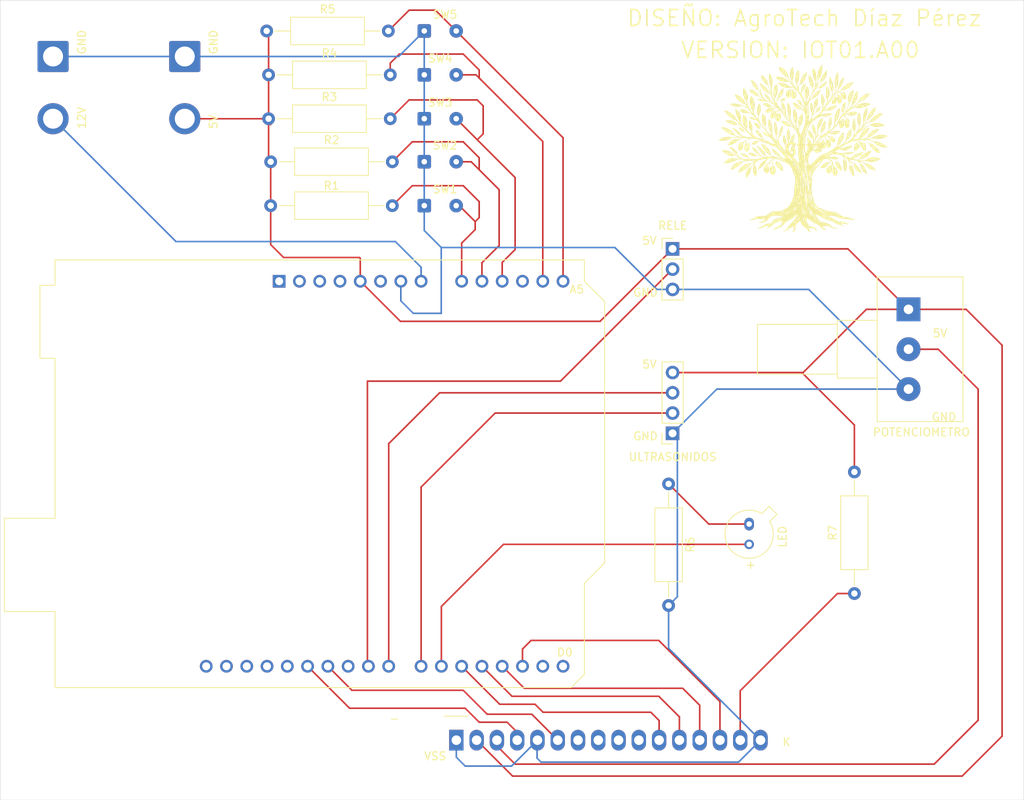
<source format=kicad_pcb>
(kicad_pcb (version 20240108) (generator "pcbnew") (generator_version "8.0")
  (layers (0 "F.Cu" signal) (31 "B.Cu" signal) (34 "B.Paste" user) (35 "F.Paste" user) (36 "B.SilkS" user "B.Silkscreen") (37 "F.SilkS" user "F.Silkscreen") (38 "B.Mask" user) (39 "F.Mask" user) (44 "Edge.Cuts" user))
  (net 0 "")
  (net 1 "GND")
  (net 3 "D6")
  (net 8 "D2")
  (net 9 "D7")
  (net 11 "+5V")
  (net 13 "D5")
  (net 14 "+12V")
  (net 17 "A0")
  (net 18 "D4")
  (net 20 "A2")
  (net 21 "A5")
  (net 22 "D8")
  (net 23 "A1")
  (net 24 "A4")
  (net 29 "D3")
  (net 30 "D9")
  (net 31 "Net-(D1-K)")
  (net 33 "Net-(DS1-LED(+))")
  (net 35 "D12")
  (net 37 "RPOT")
  (net 39 "D11")
  (footprint "Prueba_Fumigador1:Logo_Arbol" (layer "F.Cu") (at 122.725 43.5)
    (property "Reference" "G***" (at 0 0 0) (layer "F.SilkS") (effects (font (size 1.5 1.5) (thickness 0.3))))
    (property "Value" "LOGO" (hide yes))
  )
  (footprint "Resistor_THT:R_Axial_DIN0309_L9.0mm_D3.2mm_P15.24mm_Horizontal" (layer "F.Cu") (at 55.88 45)
    (property "Reference" "R2" (at 7.62 -2.72 0) (layer "F.SilkS"))
    (property "Value" "5k")
    (pad "1" thru_hole circle (at 0 0) (size 1.6 1.6) (drill 0.8) (layers "*.Cu" "*.Mask") (net 11 "+5V"))
    (pad "2" thru_hole oval (at 15.24 0) (size 1.6 1.6) (drill 0.8) (layers "*.Cu" "*.Mask") (net 23 "A1"))
  )
  (footprint "Resistor_THT:R_Axial_DIN0309_L9.0mm_D3.2mm_P15.24mm_Horizontal" (layer "F.Cu") (at 129 99.12 90)
    (property "Reference" "R7" (at 7.62 -2.72 90) (layer "F.SilkS"))
    (property "Value" "200")
    (pad "1" thru_hole circle (at 0 0 90) (size 1.6 1.6) (drill 0.8) (layers "*.Cu" "*.Mask") (net 33 "Net-(DS1-LED(+))"))
    (pad "2" thru_hole oval (at 15.24 0 90) (size 1.6 1.6) (drill 0.8) (layers "*.Cu" "*.Mask") (net 11 "+5V"))
  )
  (footprint "Connector_Wire:SolderWire-2sqmm_1x02_P7.8mm_D2mm_OD3.9mm" (layer "F.Cu") (at 28.62 31.805 -90)
    (property "Reference" "12V" (at 7.695 -3.605 90) (layer "F.SilkS"))
    (property "Value" "Conn_01x02")
    (pad "1" thru_hole roundrect (at 0 0 270) (size 3.9 3.9) (drill 2.5) (layers "*.Cu" "*.Mask") (roundrect_rratio 0.064103) (net 1 "GND"))
    (pad "2" thru_hole circle (at 7.8 0 270) (size 3.9 3.9) (drill 2.5) (layers "*.Cu" "*.Mask") (net 14 "+12V"))
  )
  (footprint "Potentiometer_THT:Potentiometer_Alps_RK163_Single_Horizontal" (layer "F.Cu") (at 135.775 63.5)
    (property "Reference" "POTENCIOMETRO" (at 1.605 15.395 0) (layer "F.SilkS"))
    (property "Value" "R_Potentiometer")
    (pad "1" thru_hole rect (at 0 0 180) (size 3 3) (drill 1.2) (layers "*.Cu" "*.Mask") (net 11 "+5V"))
    (pad "2" thru_hole circle (at 0 5 180) (size 3 3) (drill 1.2) (layers "*.Cu" "*.Mask") (net 37 "RPOT"))
    (pad "3" thru_hole circle (at 0 10 180) (size 3 3) (drill 1.2) (layers "*.Cu" "*.Mask") (net 1 "GND"))
  )
  (footprint "Connector_Wire:SolderWire-0.15sqmm_1x02_P4mm_D0.5mm_OD1.5mm" (layer "F.Cu") (at 75.12 39.605)
    (property "Reference" "SW3" (at 2 -2.05 0) (layer "F.SilkS"))
    (property "Value" "BOTON OK")
    (pad "1" thru_hole roundrect (at 0 0) (size 1.7 1.7) (drill 0.7) (layers "*.Cu" "*.Mask") (roundrect_rratio 0.147059) (net 1 "GND"))
    (pad "2" thru_hole circle (at 4 0) (size 1.7 1.7) (drill 0.7) (layers "*.Cu" "*.Mask") (net 20 "A2"))
  )
  (footprint "Module:Arduino_UNO_R3" (layer "F.Cu") (at 56.945 59.975)
    (property "Reference" "A5" (at 37.28 1.025 0) (layer "F.SilkS"))
    (property "Value" "Arduino_UNO_R3")
    (pad "1" thru_hole rect (at 0 0 90) (size 1.6 1.6) (drill 1) (layers "*.Cu" "*.Mask"))
    (pad "2" thru_hole oval (at 2.54 0 90) (size 1.6 1.6) (drill 1) (layers "*.Cu" "*.Mask"))
    (pad "3" thru_hole oval (at 5.08 0 90) (size 1.6 1.6) (drill 1) (layers "*.Cu" "*.Mask"))
    (pad "4" thru_hole oval (at 7.62 0 90) (size 1.6 1.6) (drill 1) (layers "*.Cu" "*.Mask"))
    (pad "5" thru_hole oval (at 10.16 0 90) (size 1.6 1.6) (drill 1) (layers "*.Cu" "*.Mask") (net 11 "+5V"))
    (pad "6" thru_hole oval (at 12.7 0 90) (size 1.6 1.6) (drill 1) (layers "*.Cu" "*.Mask"))
    (pad "7" thru_hole oval (at 15.24 0 90) (size 1.6 1.6) (drill 1) (layers "*.Cu" "*.Mask") (net 1 "GND"))
    (pad "8" thru_hole oval (at 17.78 0 90) (size 1.6 1.6) (drill 1) (layers "*.Cu" "*.Mask") (net 14 "+12V"))
    (pad "9" thru_hole oval (at 22.86 0 90) (size 1.6 1.6) (drill 1) (layers "*.Cu" "*.Mask") (net 17 "A0"))
    (pad "10" thru_hole oval (at 25.4 0 90) (size 1.6 1.6) (drill 1) (layers "*.Cu" "*.Mask") (net 23 "A1"))
    (pad "11" thru_hole oval (at 27.94 0 90) (size 1.6 1.6) (drill 1) (layers "*.Cu" "*.Mask") (net 20 "A2"))
    (pad "12" thru_hole oval (at 30.48 0 90) (size 1.6 1.6) (drill 1) (layers "*.Cu" "*.Mask"))
    (pad "13" thru_hole oval (at 33.02 0 90) (size 1.6 1.6) (drill 1) (layers "*.Cu" "*.Mask") (net 24 "A4"))
    (pad "14" thru_hole oval (at 35.56 0 90) (size 1.6 1.6) (drill 1) (layers "*.Cu" "*.Mask") (net 21 "A5"))
    (pad "15" thru_hole oval (at 35.56 48.26 90) (size 1.6 1.6) (drill 1) (layers "*.Cu" "*.Mask"))
    (pad "16" thru_hole oval (at 33.02 48.26 90) (size 1.6 1.6) (drill 1) (layers "*.Cu" "*.Mask"))
    (pad "17" thru_hole oval (at 30.48 48.26 90) (size 1.6 1.6) (drill 1) (layers "*.Cu" "*.Mask") (net 8 "D2"))
    (pad "18" thru_hole oval (at 27.94 48.26 90) (size 1.6 1.6) (drill 1) (layers "*.Cu" "*.Mask") (net 29 "D3"))
    (pad "19" thru_hole oval (at 25.4 48.26 90) (size 1.6 1.6) (drill 1) (layers "*.Cu" "*.Mask") (net 18 "D4"))
    (pad "20" thru_hole oval (at 22.86 48.26 90) (size 1.6 1.6) (drill 1) (layers "*.Cu" "*.Mask") (net 13 "D5"))
    (pad "21" thru_hole oval (at 20.32 48.26 90) (size 1.6 1.6) (drill 1) (layers "*.Cu" "*.Mask") (net 3 "D6"))
    (pad "22" thru_hole oval (at 17.78 48.26 90) (size 1.6 1.6) (drill 1) (layers "*.Cu" "*.Mask") (net 9 "D7"))
    (pad "23" thru_hole oval (at 13.72 48.26 90) (size 1.6 1.6) (drill 1) (layers "*.Cu" "*.Mask") (net 22 "D8"))
    (pad "24" thru_hole oval (at 11.18 48.26 90) (size 1.6 1.6) (drill 1) (layers "*.Cu" "*.Mask") (net 30 "D9"))
    (pad "25" thru_hole oval (at 8.64 48.26 90) (size 1.6 1.6) (drill 1) (layers "*.Cu" "*.Mask"))
    (pad "26" thru_hole oval (at 6.1 48.26 90) (size 1.6 1.6) (drill 1) (layers "*.Cu" "*.Mask") (net 39 "D11"))
    (pad "27" thru_hole oval (at 3.56 48.26 90) (size 1.6 1.6) (drill 1) (layers "*.Cu" "*.Mask") (net 35 "D12"))
    (pad "28" thru_hole oval (at 1.02 48.26 90) (size 1.6 1.6) (drill 1) (layers "*.Cu" "*.Mask"))
    (pad "29" thru_hole oval (at -1.52 48.26 90) (size 1.6 1.6) (drill 1) (layers "*.Cu" "*.Mask"))
    (pad "30" thru_hole oval (at -4.06 48.26 90) (size 1.6 1.6) (drill 1) (layers "*.Cu" "*.Mask"))
    (pad "31" thru_hole oval (at -6.6 48.26 90) (size 1.6 1.6) (drill 1) (layers "*.Cu" "*.Mask"))
    (pad "32" thru_hole oval (at -9.14 48.26 90) (size 1.6 1.6) (drill 1) (layers "*.Cu" "*.Mask"))
  )
  (footprint "Resistor_THT:R_Axial_DIN0309_L9.0mm_D3.2mm_P15.24mm_Horizontal" (layer "F.Cu") (at 55.62 39.605)
    (property "Reference" "R3" (at 7.62 -2.72 0) (layer "F.SilkS"))
    (property "Value" "5k")
    (pad "1" thru_hole circle (at 0 0) (size 1.6 1.6) (drill 0.8) (layers "*.Cu" "*.Mask") (net 11 "+5V"))
    (pad "2" thru_hole oval (at 15.24 0) (size 1.6 1.6) (drill 0.8) (layers "*.Cu" "*.Mask") (net 20 "A2"))
  )
  (footprint "Resistor_THT:R_Axial_DIN0309_L9.0mm_D3.2mm_P15.24mm_Horizontal" (layer "F.Cu") (at 55.88 50.5)
    (property "Reference" "R1" (at 7.62 -2.5 0) (layer "F.SilkS"))
    (property "Value" "5k")
    (pad "1" thru_hole circle (at 0 0) (size 1.6 1.6) (drill 0.8) (layers "*.Cu" "*.Mask") (net 11 "+5V"))
    (pad "2" thru_hole oval (at 15.24 0) (size 1.6 1.6) (drill 0.8) (layers "*.Cu" "*.Mask") (net 17 "A0"))
  )
  (footprint "Connector_PinHeader_2.54mm:PinHeader_1x03_P2.54mm_Vertical" (layer "F.Cu") (at 106.225 55.92)
    (property "Reference" "RELE" (at 0 -2.92 0) (layer "F.SilkS"))
    (property "Value" "Conn_01x03_Pin")
    (pad "1" thru_hole rect (at 0 0) (size 1.7 1.7) (drill 1) (layers "*.Cu" "*.Mask") (net 11 "+5V"))
    (pad "2" thru_hole oval (at 0 2.54) (size 1.7 1.7) (drill 1) (layers "*.Cu" "*.Mask") (net 30 "D9"))
    (pad "3" thru_hole oval (at 0 5.08) (size 1.7 1.7) (drill 1) (layers "*.Cu" "*.Mask") (net 1 "GND"))
  )
  (footprint "Connector_Wire:SolderWire-0.15sqmm_1x02_P4mm_D0.5mm_OD1.5mm" (layer "F.Cu") (at 75.12 28.605)
    (property "Reference" "SW5" (at 2.605 -2.05 0) (layer "F.SilkS"))
    (property "Value" "BOTON MANUAL")
    (pad "1" thru_hole roundrect (at 0 0) (size 1.7 1.7) (drill 0.7) (layers "*.Cu" "*.Mask") (roundrect_rratio 0.147059) (net 1 "GND"))
    (pad "2" thru_hole circle (at 4 0) (size 1.7 1.7) (drill 0.7) (layers "*.Cu" "*.Mask") (net 21 "A5"))
  )
  (footprint "Connector_Wire:SolderWire-0.15sqmm_1x02_P4mm_D0.5mm_OD1.5mm" (layer "F.Cu") (at 75.12 34.105)
    (property "Reference" "SW4" (at 2 -2.05 0) (layer "F.SilkS"))
    (property "Value" "BOTON ESC")
    (pad "1" thru_hole roundrect (at 0 0) (size 1.7 1.7) (drill 0.7) (layers "*.Cu" "*.Mask") (roundrect_rratio 0.147059) (net 1 "GND"))
    (pad "2" thru_hole circle (at 4 0) (size 1.7 1.7) (drill 0.7) (layers "*.Cu" "*.Mask") (net 24 "A4"))
  )
  (footprint "Connector_Wire:SolderWire-0.15sqmm_1x02_P4mm_D0.5mm_OD1.5mm" (layer "F.Cu") (at 75.12 45)
    (property "Reference" "SW2" (at 2.605 -2.05 0) (layer "F.SilkS"))
    (property "Value" "BOTON ABAJO")
    (pad "1" thru_hole roundrect (at 0 0) (size 1.7 1.7) (drill 0.7) (layers "*.Cu" "*.Mask") (roundrect_rratio 0.147059) (net 1 "GND"))
    (pad "2" thru_hole circle (at 4 0) (size 1.7 1.7) (drill 0.7) (layers "*.Cu" "*.Mask") (net 23 "A1"))
  )
  (footprint "Resistor_THT:R_Axial_DIN0309_L9.0mm_D3.2mm_P15.24mm_Horizontal" (layer "F.Cu") (at 55.38 28.605)
    (property "Reference" "R5" (at 7.62 -2.72 0) (layer "F.SilkS"))
    (property "Value" "5k")
    (pad "1" thru_hole circle (at 0 0) (size 1.6 1.6) (drill 0.8) (layers "*.Cu" "*.Mask") (net 11 "+5V"))
    (pad "2" thru_hole oval (at 15.24 0) (size 1.6 1.6) (drill 0.8) (layers "*.Cu" "*.Mask") (net 21 "A5"))
  )
  (footprint "Package_TO_SOT_THT:TO-18-2_Window" (layer "F.Cu") (at 115.815276 90.414724 -90)
    (property "Reference" "D1" (hide yes))
    (property "Value" "SFH460")
    (pad "1" thru_hole oval (at 0 0 270) (size 1.6 1.2) (drill 0.7) (layers "*.Cu" "*.Mask") (net 31 "Net-(D1-K)"))
    (pad "2" thru_hole oval (at 2.54 0 270) (size 1.2 1.2) (drill 0.7) (layers "*.Cu" "*.Mask") (net 3 "D6"))
  )
  (footprint "Connector_Wire:SolderWire-2sqmm_1x02_P7.8mm_D2mm_OD3.9mm" (layer "F.Cu") (at 45.12 31.805 -90)
    (property "Reference" "GND" (at -1.805 -3.605 90) (layer "F.SilkS"))
    (property "Value" "Conn_01x02")
    (pad "1" thru_hole roundrect (at 0 0 270) (size 3.9 3.9) (drill 2.5) (layers "*.Cu" "*.Mask") (roundrect_rratio 0.064103) (net 1 "GND"))
    (pad "2" thru_hole circle (at 7.8 0 270) (size 3.9 3.9) (drill 2.5) (layers "*.Cu" "*.Mask") (net 11 "+5V"))
  )
  (footprint "Resistor_THT:R_Axial_DIN0309_L9.0mm_D3.2mm_P15.24mm_Horizontal" (layer "F.Cu") (at 105.725 85.38 -90)
    (property "Reference" "R6" (at 7.62 -2.72 90) (layer "F.SilkS"))
    (property "Value" "200")
    (pad "1" thru_hole circle (at 0 0 270) (size 1.6 1.6) (drill 0.8) (layers "*.Cu" "*.Mask") (net 31 "Net-(D1-K)"))
    (pad "2" thru_hole oval (at 15.24 0 270) (size 1.6 1.6) (drill 0.8) (layers "*.Cu" "*.Mask") (net 1 "GND"))
  )
  (footprint "Connector_PinSocket_2.54mm:PinSocket_1x04_P2.54mm_Vertical" (layer "F.Cu") (at 106.225 79.04 180)
    (property "Reference" "ULTRASONIDOS" (at -0.025 -2.96 0) (layer "F.SilkS"))
    (property "Value" "Conn_01x04_Socket")
    (pad "1" thru_hole rect (at 0 0 180) (size 1.7 1.7) (drill 1) (layers "*.Cu" "*.Mask") (net 1 "GND"))
    (pad "2" thru_hole oval (at 0 2.54 180) (size 1.7 1.7) (drill 1) (layers "*.Cu" "*.Mask") (net 9 "D7"))
    (pad "3" thru_hole oval (at 0 5.08 180) (size 1.7 1.7) (drill 1) (layers "*.Cu" "*.Mask") (net 22 "D8"))
    (pad "4" thru_hole oval (at 0 7.62 180) (size 1.7 1.7) (drill 1) (layers "*.Cu" "*.Mask") (net 11 "+5V"))
  )
  (footprint "Connector_Wire:SolderWire-0.15sqmm_1x02_P4mm_D0.5mm_OD1.5mm" (layer "F.Cu") (at 75.12 50.5)
    (property "Reference" "SW1" (at 2.605 -2.05 0) (layer "F.SilkS"))
    (property "Value" "BOTON ARRIBA")
    (pad "1" thru_hole roundrect (at 0 0) (size 1.7 1.7) (drill 0.7) (layers "*.Cu" "*.Mask") (roundrect_rratio 0.147059) (net 1 "GND"))
    (pad "2" thru_hole circle (at 4 0) (size 1.7 1.7) (drill 0.7) (layers "*.Cu" "*.Mask") (net 17 "A0"))
  )
  (footprint "Resistor_THT:R_Axial_DIN0309_L9.0mm_D3.2mm_P15.24mm_Horizontal" (layer "F.Cu") (at 55.62 34.105)
    (property "Reference" "R4" (at 7.62 -2.72 0) (layer "F.SilkS"))
    (property "Value" "5k")
    (pad "1" thru_hole circle (at 0 0) (size 1.6 1.6) (drill 0.8) (layers "*.Cu" "*.Mask") (net 11 "+5V"))
    (pad "2" thru_hole oval (at 15.24 0) (size 1.6 1.6) (drill 0.8) (layers "*.Cu" "*.Mask") (net 24 "A4"))
  )
  (footprint "Display:WC1602A" (layer "F.Cu") (at 79.14 117.5)
    (property "Reference" "DS1" (hide yes))
    (property "Value" "WC1602A" (hide yes))
    (pad "1" thru_hole rect (at 0 0) (size 1.8 2.6) (drill 1.2) (layers "*.Cu" "*.Mask") (net 1 "GND"))
    (pad "2" thru_hole oval (at 2.54 0) (size 1.8 2.6) (drill 1.2) (layers "*.Cu" "*.Mask") (net 11 "+5V"))
    (pad "3" thru_hole oval (at 5.08 0) (size 1.8 2.6) (drill 1.2) (layers "*.Cu" "*.Mask") (net 37 "RPOT"))
    (pad "4" thru_hole oval (at 7.62 0) (size 1.8 2.6) (drill 1.2) (layers "*.Cu" "*.Mask") (net 35 "D12"))
    (pad "5" thru_hole oval (at 10.16 0) (size 1.8 2.6) (drill 1.2) (layers "*.Cu" "*.Mask") (net 1 "GND"))
    (pad "6" thru_hole oval (at 12.7 0) (size 1.8 2.6) (drill 1.2) (layers "*.Cu" "*.Mask") (net 39 "D11"))
    (pad "7" thru_hole oval (at 15.24 0) (size 1.8 2.6) (drill 1.2) (layers "*.Cu" "*.Mask"))
    (pad "8" thru_hole oval (at 17.78 0) (size 1.8 2.6) (drill 1.2) (layers "*.Cu" "*.Mask"))
    (pad "9" thru_hole oval (at 20.32 0) (size 1.8 2.6) (drill 1.2) (layers "*.Cu" "*.Mask"))
    (pad "10" thru_hole oval (at 22.86 0) (size 1.8 2.6) (drill 1.2) (layers "*.Cu" "*.Mask"))
    (pad "11" thru_hole oval (at 25.4 0) (size 1.8 2.6) (drill 1.2) (layers "*.Cu" "*.Mask") (net 13 "D5"))
    (pad "12" thru_hole oval (at 27.94 0) (size 1.8 2.6) (drill 1.2) (layers "*.Cu" "*.Mask") (net 18 "D4"))
    (pad "13" thru_hole oval (at 30.48 0) (size 1.8 2.6) (drill 1.2) (layers "*.Cu" "*.Mask") (net 29 "D3"))
    (pad "14" thru_hole oval (at 33.02 0) (size 1.8 2.6) (drill 1.2) (layers "*.Cu" "*.Mask") (net 8 "D2"))
    (pad "15" thru_hole oval (at 35.56 0) (size 1.8 2.6) (drill 1.2) (layers "*.Cu" "*.Mask") (net 33 "Net-(DS1-LED(+))"))
    (pad "16" thru_hole oval (at 38.1 0) (size 1.8 2.6) (drill 1.2) (layers "*.Cu" "*.Mask") (net 1 "GND"))
  )
  (gr_rect (start 22 24.75) (end 150.225 125) (stroke (width 0.05)) (fill none) (layer "Edge.Cuts"))
  (gr_text "DISEÑO: AgroTech Díaz Pérez" (at 122.725 27 0) (layer "F.SilkS") (effects (font (size 2 2) (thickness 0.2))))
  (gr_text "5V" (at 48.725 40 90) (layer "F.SilkS") (effects (font (size 1 1))))
  (gr_text "VERSION: IOT01.A00" (at 122.225 31 0) (layer "F.SilkS") (effects (font (size 2 2) (thickness 0.2))))
  (gr_text "GND" (at 32.225 30 90) (layer "F.SilkS") (effects (font (size 1 1))))
  (gr_text "LED" (at 120 92 90) (layer "F.SilkS") (effects (font (size 1 1))))
  (gr_text "D0" (at 92.725 106.5 0) (layer "F.SilkS") (effects (font (size 1 1))))
  (gr_text "VSS" (at 76.5 119.5 0) (layer "F.SilkS") (effects (font (size 1 1))))
  (gr_text "GND" (at 102.83 61.395 0) (layer "F.SilkS") (effects (font (size 1 1))))
  (gr_text "GND" (at 140.225 77 0) (layer "F.SilkS") (effects (font (size 1 1))))
  (gr_text "5V" (at 103.33 70.395 0) (layer "F.SilkS") (effects (font (size 1 1))))
  (gr_text "5V" (at 139.725 66.5 0) (layer "F.SilkS") (effects (font (size 1 1))))
  (gr_text "5V" (at 103.33 54.895 0) (layer "F.SilkS") (effects (font (size 1 1))))
  (gr_text "GND" (at 102.83 79.395 0) (layer "F.SilkS") (effects (font (size 1 1))))
  (gr_text "K" (at 120.5 117.75 0) (layer "F.SilkS") (effects (font (size 1 1))))
  (gr_text "+" (at 116 95.5 0) (layer "F.SilkS") (effects (font (size 1 1))))
  (segment (start 89.25 119.75) (end 89.25 117.55) (width 0.2) (layer "B.Cu") (net 1))
  (segment (start 123.275 61) (end 135.775 73.5) (width 0.2) (layer "B.Cu") (net 1))
  (segment (start 80.25 120.75) (end 79.14 119.64) (width 0.2) (layer "B.Cu") (net 1))
  (segment (start 106.225 61) (end 123.275 61) (width 0.2) (layer "B.Cu") (net 1))
  (segment (start 106.825 99.52) (end 105.725 100.62) (width 0.2) (layer "B.Cu") (net 1))
  (segment (start 75.12 34.105) (end 75.12 39.605) (width 0.2) (layer "B.Cu") (net 1))
  (segment (start 117.24 117.5) (end 114.49 120.25) (width 0.2) (layer "B.Cu") (net 1))
  (segment (start 75.12 39.605) (end 75.12 45) (width 0.2) (layer "B.Cu") (net 1))
  (segment (start 111.765 73.5) (end 106.225 79.04) (width 0.2) (layer "B.Cu") (net 1))
  (segment (start 89.25 117.55) (end 89.3 117.5) (width 0.2) (layer "B.Cu") (net 1))
  (segment (start 75.12 50.5) (end 75.12 53.62) (width 0.2) (layer "B.Cu") (net 1))
  (segment (start 104.25 61) (end 106.225 61) (width 0.2) (layer "B.Cu") (net 1))
  (segment (start 75.12 53.62) (end 77.25 55.75) (width 0.2) (layer "B.Cu") (net 1))
  (segment (start 77.25 55.75) (end 77.25 64) (width 0.2) (layer "B.Cu") (net 1))
  (segment (start 75.12 28.605) (end 75.12 34.105) (width 0.2) (layer "B.Cu") (net 1))
  (segment (start 99 55.75) (end 104.25 61) (width 0.2) (layer "B.Cu") (net 1))
  (segment (start 106.825 79.64) (end 106.825 99.52) (width 0.2) (layer "B.Cu") (net 1))
  (segment (start 135.775 73.5) (end 111.765 73.5) (width 0.2) (layer "B.Cu") (net 1))
  (segment (start 72.185 62.435) (end 72.185 59.975) (width 0.2) (layer "B.Cu") (net 1))
  (segment (start 75.12 45) (end 75.12 50.5) (width 0.2) (layer "B.Cu") (net 1))
  (segment (start 77.25 55.75) (end 99 55.75) (width 0.2) (layer "B.Cu") (net 1))
  (segment (start 45.12 31.805) (end 71.92 31.805) (width 0.2) (layer "B.Cu") (net 1))
  (segment (start 86.05 120.75) (end 80.25 120.75) (width 0.2) (layer "B.Cu") (net 1))
  (segment (start 89.75 120.25) (end 89.25 119.75) (width 0.2) (layer "B.Cu") (net 1))
  (segment (start 77.25 64) (end 73.75 64) (width 0.2) (layer "B.Cu") (net 1))
  (segment (start 28.62 31.805) (end 45.12 31.805) (width 0.2) (layer "B.Cu") (net 1))
  (segment (start 79.14 119.64) (end 79.14 117.5) (width 0.2) (layer "B.Cu") (net 1))
  (segment (start 89.3 117.5) (end 86.05 120.75) (width 0.2) (layer "B.Cu") (net 1))
  (segment (start 114.49 120.25) (end 89.75 120.25) (width 0.2) (layer "B.Cu") (net 1))
  (segment (start 106.225 79.04) (end 106.825 79.64) (width 0.2) (layer "B.Cu") (net 1))
  (segment (start 105.725 100.62) (end 105.725 105.985) (width 0.2) (layer "B.Cu") (net 1))
  (segment (start 105.725 105.985) (end 117.24 117.5) (width 0.2) (layer "B.Cu") (net 1))
  (segment (start 73.75 64) (end 72.185 62.435) (width 0.2) (layer "B.Cu") (net 1))
  (segment (start 71.92 31.805) (end 75.12 28.605) (width 0.2) (layer "B.Cu") (net 1))
  (segment (start 115.815276 92.954724) (end 85.045276 92.954724) (width 0.2) (layer "F.Cu") (net 3))
  (segment (start 77.265 100.735) (end 77.265 108.235) (width 0.2) (layer "F.Cu") (net 3))
  (segment (start 85.045276 92.954724) (end 77.265 100.735) (width 0.2) (layer "F.Cu") (net 3))
  (segment (start 87.425 106.075) (end 88.5 105) (width 0.2) (layer "F.Cu") (net 8))
  (segment (start 88.5 105) (end 104.5 105) (width 0.2) (layer "F.Cu") (net 8))
  (segment (start 87.425 108.235) (end 87.425 106.075) (width 0.2) (layer "F.Cu") (net 8))
  (segment (start 112.16 112.66) (end 112.16 117.5) (width 0.2) (layer "F.Cu") (net 8))
  (segment (start 104.5 105) (end 112.16 112.66) (width 0.2) (layer "F.Cu") (net 8))
  (segment (start 74.725 85.775) (end 74.725 108.235) (width 0.2) (layer "F.Cu") (net 9))
  (segment (start 106.225 76.5) (end 84 76.5) (width 0.2) (layer "F.Cu") (net 9))
  (segment (start 84 76.5) (end 74.725 85.775) (width 0.2) (layer "F.Cu") (net 9))
  (segment (start 57.5 57) (end 67 57) (width 0.2) (layer "F.Cu") (net 11))
  (segment (start 55.62 40.105) (end 55.88 40.365) (width 0.2) (layer "F.Cu") (net 11))
  (segment (start 55.88 45) (end 55.88 50.5) (width 0.2) (layer "F.Cu") (net 11))
  (segment (start 55.62 39.605) (end 55.62 44.74) (width 0.2) (layer "F.Cu") (net 11))
  (segment (start 130.5 63.5) (end 122.58 71.42) (width 0.2) (layer "F.Cu") (net 11))
  (segment (start 142.5 122) (end 86.18 122) (width 0.2) (layer "F.Cu") (net 11))
  (segment (start 45.12 39.605) (end 55.62 39.605) (width 0.2) (layer "F.Cu") (net 11))
  (segment (start 86.18 122) (end 81.68 117.5) (width 0.2) (layer "F.Cu") (net 11))
  (segment (start 129 83.88) (end 129 78) (width 0.2) (layer "F.Cu") (net 11))
  (segment (start 55.62 34.105) (end 55.62 28.845) (width 0.2) (layer "F.Cu") (net 11))
  (segment (start 67.105 57.105) (end 67.105 59.975) (width 0.2) (layer "F.Cu") (net 11))
  (segment (start 55.88 50.5) (end 55.88 55.38) (width 0.2) (layer "F.Cu") (net 11))
  (segment (start 143 63.5) (end 147.5 68) (width 0.2) (layer "F.Cu") (net 11))
  (segment (start 97.145 65) (end 106.225 55.92) (width 0.2) (layer "F.Cu") (net 11))
  (segment (start 129 78) (end 122.42 71.42) (width 0.2) (layer "F.Cu") (net 11))
  (segment (start 122.42 71.42) (end 106.225 71.42) (width 0.2) (layer "F.Cu") (net 11))
  (segment (start 128.195 55.92) (end 135.775 63.5) (width 0.2) (layer "F.Cu") (net 11))
  (segment (start 55.62 39.605) (end 55.62 40.105) (width 0.2) (layer "F.Cu") (net 11))
  (segment (start 122.58 71.42) (end 106.225 71.42) (width 0.2) (layer "F.Cu") (net 11))
  (segment (start 135.775 63.5) (end 130.5 63.5) (width 0.2) (layer "F.Cu") (net 11))
  (segment (start 55.88 55.38) (end 57.5 57) (width 0.2) (layer "F.Cu") (net 11))
  (segment (start 135.775 63.5) (end 143 63.5) (width 0.2) (layer "F.Cu") (net 11))
  (segment (start 55.62 44.74) (end 55.88 45) (width 0.2) (layer "F.Cu") (net 11))
  (segment (start 45.12 39.605) (end 45.62 40.105) (width 0.2) (layer "F.Cu") (net 11))
  (segment (start 55.62 28.845) (end 55.38 28.605) (width 0.2) (layer "F.Cu") (net 11))
  (segment (start 55.62 39.605) (end 55.62 34.105) (width 0.2) (layer "F.Cu") (net 11))
  (segment (start 106.225 55.92) (end 128.195 55.92) (width 0.2) (layer "F.Cu") (net 11))
  (segment (start 67.105 59.975) (end 72.13 65) (width 0.2) (layer "F.Cu") (net 11))
  (segment (start 67 57) (end 67.105 57.105) (width 0.2) (layer "F.Cu") (net 11))
  (segment (start 147.5 68) (end 147.5 117) (width 0.2) (layer "F.Cu") (net 11))
  (segment (start 147.5 117) (end 142.5 122) (width 0.2) (layer "F.Cu") (net 11))
  (segment (start 55.38 33.865) (end 55.62 34.105) (width 0.2) (layer "F.Cu") (net 11))
  (segment (start 72.13 65) (end 97.145 65) (width 0.2) (layer "F.Cu") (net 11))
  (segment (start 79.805 108.235) (end 84.57 113) (width 0.2) (layer "F.Cu") (net 13))
  (segment (start 104.54 115.04) (end 104.54 117.5) (width 0.2) (layer "F.Cu") (net 13))
  (segment (start 90 114) (end 103.5 114) (width 0.2) (layer "F.Cu") (net 13))
  (segment (start 89 113) (end 90 114) (width 0.2) (layer "F.Cu") (net 13))
  (segment (start 84.57 113) (end 89 113) (width 0.2) (layer "F.Cu") (net 13))
  (segment (start 103.5 114) (end 104.54 115.04) (width 0.2) (layer "F.Cu") (net 13))
  (segment (start 44.015 55) (end 71.5 55) (width 0.2) (layer "B.Cu") (net 14))
  (segment (start 28.62 39.605) (end 44.015 55) (width 0.2) (layer "B.Cu") (net 14))
  (segment (start 71.5 55) (end 74.725 58.225) (width 0.2) (layer "B.Cu") (net 14))
  (segment (start 74.725 58.225) (end 74.725 59.975) (width 0.2) (layer "B.Cu") (net 14))
  (segment (start 80 48) (end 82 50) (width 0.2) (layer "F.Cu") (net 17))
  (segment (start 82 50) (end 82 52) (width 0.2) (layer "F.Cu") (net 17))
  (segment (start 79.805 55.195) (end 79.805 59.975) (width 0.2) (layer "F.Cu") (net 17))
  (segment (start 79.5 50.5) (end 80.75 51.75) (width 0.2) (layer "F.Cu") (net 17))
  (segment (start 80.75 51.75) (end 81.5 52.5) (width 0.2) (layer "F.Cu") (net 17))
  (segment (start 81.5 52.5) (end 81.5 53.5) (width 0.2) (layer "F.Cu") (net 17))
  (segment (start 71.12 50.5) (end 73.62 48) (width 0.2) (layer "F.Cu") (net 17))
  (segment (start 79.12 50.5) (end 79.5 50.5) (width 0.2) (layer "F.Cu") (net 17))
  (segment (start 82 52) (end 81.5 52.5) (width 0.2) (layer "F.Cu") (net 17))
  (segment (start 73.62 48) (end 80 48) (width 0.2) (layer "F.Cu") (net 17))
  (segment (start 81.5 53.5) (end 79.805 55.195) (width 0.2) (layer "F.Cu") (net 17))
  (segment (start 82.345 108.235) (end 86.11 112) (width 0.2) (layer "F.Cu") (net 18))
  (segment (start 107.08 114.58) (end 107.08 117.5) (width 0.2) (layer "F.Cu") (net 18))
  (segment (start 104.5 112) (end 107.08 114.58) (width 0.2) (layer "F.Cu") (net 18))
  (segment (start 86.11 112) (end 104.5 112) (width 0.2) (layer "F.Cu") (net 18))
  (segment (start 82.5 41.5) (end 81.7575 42.2425) (width 0.2) (layer "F.Cu") (net 20))
  (segment (start 86.5 46.985) (end 86.5 56) (width 0.2) (layer "F.Cu") (net 20))
  (segment (start 86.5 56) (end 84.885 57.615) (width 0.2) (layer "F.Cu") (net 20))
  (segment (start 70.86 39.605) (end 73.215 37.25) (width 0.2) (layer "F.Cu") (net 20))
  (segment (start 82.5 38) (end 82.5 41.5) (width 0.2) (layer "F.Cu") (net 20))
  (segment (start 84.885 57.615) (end 84.885 59.975) (width 0.2) (layer "F.Cu") (net 20))
  (segment (start 81.7575 42.2425) (end 86.5 46.985) (width 0.2) (layer "F.Cu") (net 20))
  (segment (start 81.75 37.25) (end 82.5 38) (width 0.2) (layer "F.Cu") (net 20))
  (segment (start 79.12 39.605) (end 81.7575 42.2425) (width 0.2) (layer "F.Cu") (net 20))
  (segment (start 73.215 37.25) (end 81.75 37.25) (width 0.2) (layer "F.Cu") (net 20))
  (segment (start 76.515 26) (end 79.12 28.605) (width 0.2) (layer "F.Cu") (net 21))
  (segment (start 79.12 28.605) (end 92.505 41.99) (width 0.2) (layer "F.Cu") (net 21))
  (segment (start 70.62 28.605) (end 73.225 26) (width 0.2) (layer "F.Cu") (net 21))
  (segment (start 73.225 26) (end 76.515 26) (width 0.2) (layer "F.Cu") (net 21))
  (segment (start 92.505 41.99) (end 92.505 59.975) (width 0.2) (layer "F.Cu") (net 21))
  (segment (start 77.04 73.96) (end 70.665 80.335) (width 0.2) (layer "F.Cu") (net 22))
  (segment (start 70.665 80.335) (end 70.665 108.235) (width 0.2) (layer "F.Cu") (net 22))
  (segment (start 106.225 73.96) (end 77.04 73.96) (width 0.2) (layer "F.Cu") (net 22))
  (segment (start 84.5 55.5) (end 82.345 57.655) (width 0.2) (layer "F.Cu") (net 23))
  (segment (start 80 42.5) (end 82 44.5) (width 0.2) (layer "F.Cu") (net 23))
  (segment (start 79.12 45) (end 81 45) (width 0.2) (layer "F.Cu") (net 23))
  (segment (start 82 44.5) (end 82 46) (width 0.2) (layer "F.Cu") (net 23))
  (segment (start 71.62 44.605) (end 71.515 44.605) (width 0.2) (layer "F.Cu") (net 23))
  (segment (start 79.12 45) (end 79.515 44.605) (width 0.2) (layer "F.Cu") (net 23))
  (segment (start 82.345 57.655) (end 82.345 59.975) (width 0.2) (layer "F.Cu") (net 23))
  (segment (start 73.62 42.5) (end 80 42.5) (width 0.2) (layer "F.Cu") (net 23))
  (segment (start 84.5 48.5) (end 84.5 55.5) (width 0.2) (layer "F.Cu") (net 23))
  (segment (start 81 45) (end 82 46) (width 0.2) (layer "F.Cu") (net 23))
  (segment (start 71.12 45) (end 73.62 42.5) (width 0.2) (layer "F.Cu") (net 23))
  (segment (start 82 46) (end 84.5 48.5) (width 0.2) (layer "F.Cu") (net 23))
  (segment (start 70.86 34.105) (end 70.86 32.64) (width 0.2) (layer "F.Cu") (net 24))
  (segment (start 89.965 42.465) (end 89.965 59.975) (width 0.2) (layer "F.Cu") (net 24))
  (segment (start 82 33.5) (end 82 34.5) (width 0.2) (layer "F.Cu") (net 24))
  (segment (start 72 31.5) (end 80 31.5) (width 0.2) (layer "F.Cu") (net 24))
  (segment (start 82 34.5) (end 82.25 34.75) (width 0.2) (layer "F.Cu") (net 24))
  (segment (start 82.25 34.75) (end 89.965 42.465) (width 0.2) (layer "F.Cu") (net 24))
  (segment (start 70.86 32.64) (end 72 31.5) (width 0.2) (layer "F.Cu") (net 24))
  (segment (start 80 31.5) (end 82 33.5) (width 0.2) (layer "F.Cu") (net 24))
  (segment (start 81.605 34.105) (end 82.25 34.75) (width 0.2) (layer "F.Cu") (net 24))
  (segment (start 79.12 34.105) (end 81.605 34.105) (width 0.2) (layer "F.Cu") (net 24))
  (segment (start 109.62 113.12) (end 109.62 117.5) (width 0.2) (layer "F.Cu") (net 29))
  (segment (start 107.5 111) (end 109.62 113.12) (width 0.2) (layer "F.Cu") (net 29))
  (segment (start 87.65 111) (end 107.5 111) (width 0.2) (layer "F.Cu") (net 29))
  (segment (start 84.885 108.235) (end 87.65 111) (width 0.2) (layer "F.Cu") (net 29))
  (segment (start 106.225 58.46) (end 92.185 72.5) (width 0.2) (layer "F.Cu") (net 30))
  (segment (start 68 108.11) (end 68.125 108.235) (width 0.2) (layer "F.Cu") (net 30))
  (segment (start 68 72.5) (end 68 108.11) (width 0.2) (layer "F.Cu") (net 30))
  (segment (start 92.185 72.5) (end 68 72.5) (width 0.2) (layer "F.Cu") (net 30))
  (segment (start 110.759724 90.414724) (end 105.725 85.38) (width 0.2) (layer "F.Cu") (net 31))
  (segment (start 115.815276 90.414724) (end 110.759724 90.414724) (width 0.2) (layer "F.Cu") (net 31))
  (segment (start 129 99.12) (end 126.88 99.12) (width 0.2) (layer "F.Cu") (net 33))
  (segment (start 114.7 111.3) (end 114.7 117.5) (width 0.2) (layer "F.Cu") (net 33))
  (segment (start 126.88 99.12) (end 114.7 111.3) (width 0.2) (layer "F.Cu") (net 33))
  (segment (start 86.76 117.5) (end 86.76 116.51) (width 0.2) (layer "F.Cu") (net 35))
  (segment (start 86.76 116.51) (end 85.5 115.25) (width 0.2) (layer "F.Cu") (net 35))
  (segment (start 85.5 115.25) (end 82 115.25) (width 0.2) (layer "F.Cu") (net 35))
  (segment (start 80.25 113.5) (end 65.77 113.5) (width 0.2) (layer "F.Cu") (net 35))
  (segment (start 65.77 113.5) (end 60.505 108.235) (width 0.2) (layer "F.Cu") (net 35))
  (segment (start 82 115.25) (end 80.25 113.5) (width 0.2) (layer "F.Cu") (net 35))
  (segment (start 144.5 73.5) (end 144.5 115) (width 0.2) (layer "F.Cu") (net 37))
  (segment (start 139.5 68.5) (end 144.5 73.5) (width 0.2) (layer "F.Cu") (net 37))
  (segment (start 144.5 115) (end 139 120.5) (width 0.2) (layer "F.Cu") (net 37))
  (segment (start 135.775 68.5) (end 139.5 68.5) (width 0.2) (layer "F.Cu") (net 37))
  (segment (start 139 120.5) (end 86.5 120.5) (width 0.2) (layer "F.Cu") (net 37))
  (segment (start 86.5 120.5) (end 84.22 118.22) (width 0.2) (layer "F.Cu") (net 37))
  (segment (start 84.22 118.22) (end 84.22 117.5) (width 0.2) (layer "F.Cu") (net 37))
  (segment (start 66.06 111.25) (end 80 111.25) (width 0.2) (layer "F.Cu") (net 39))
  (segment (start 80 111.25) (end 83 114.25) (width 0.2) (layer "F.Cu") (net 39))
  (segment (start 88.59 114.25) (end 91.84 117.5) (width 0.2) (layer "F.Cu") (net 39))
  (segment (start 83 114.25) (end 88.59 114.25) (width 0.2) (layer "F.Cu") (net 39))
  (segment (start 63.045 108.235) (end 66.06 111.25) (width 0.2) (layer "F.Cu") (net 39))
)
</source>
